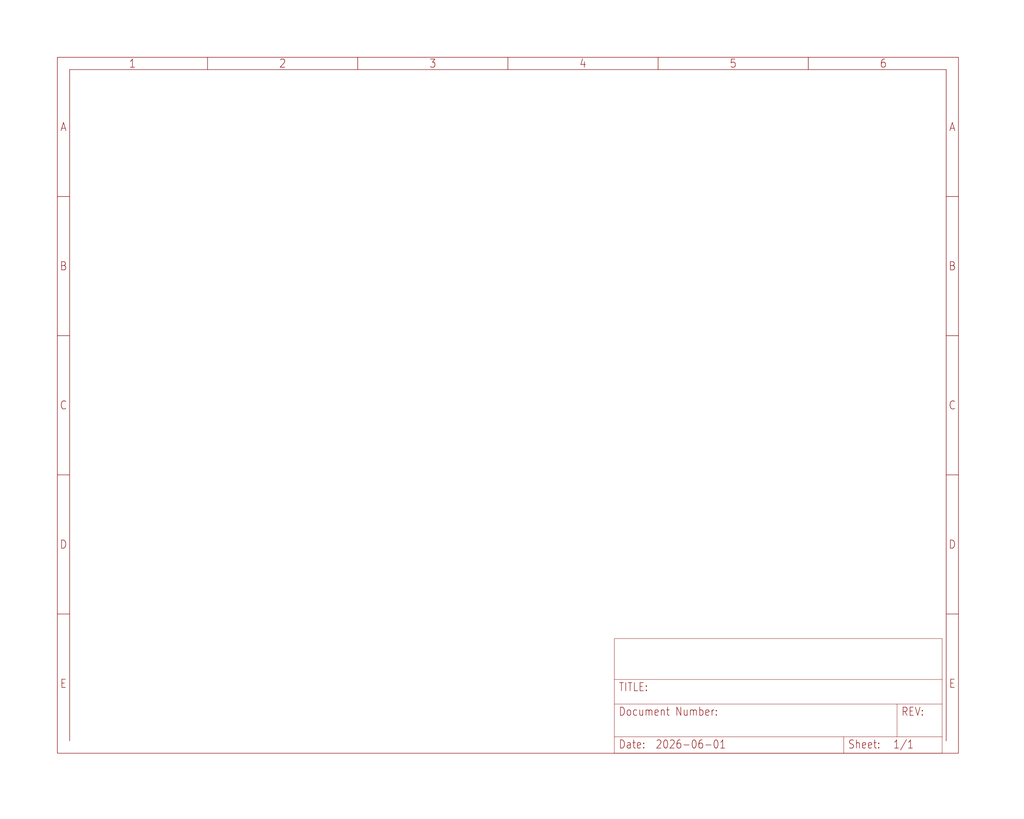
<source format=kicad_sch>
(kicad_sch (version 20250114) (generator "eeschema") (generator_version "9.0")
  (paper "User" 317.5 254.127)
  (lib_symbols
    (symbol "camera-controller-eagle-import:FRAME_A_L"
      (symbol "FRAME_A_L_1_0"
        (polyline (pts (xy 0 215.9) (xy 279.4 215.9) (xy 279.4 0) (xy 0 0) (xy 0 215.9)))
        (polyline (pts (xy 0 172.72) (xy 3.81 172.72)))
        (polyline (pts (xy 0 129.54) (xy 3.81 129.54)))
        (polyline (pts (xy 0 86.36) (xy 3.81 86.36)))
        (polyline (pts (xy 0 43.18) (xy 3.81 43.18)))
        (polyline (pts (xy 3.81 212.09) (xy 3.81 3.81)))
        (polyline (pts (xy 46.5667 215.9) (xy 46.5667 212.09)))
        (polyline (pts (xy 93.1333 215.9) (xy 93.1333 212.09)))
        (polyline (pts (xy 139.7 215.9) (xy 139.7 212.09)))
        (polyline (pts (xy 186.2667 215.9) (xy 186.2667 212.09)))
        (polyline (pts (xy 232.8333 215.9) (xy 232.8333 212.09)))
        (polyline (pts (xy 275.59 212.09) (xy 3.81 212.09)))
        (polyline (pts (xy 275.59 212.09) (xy 275.59 3.81)))
        (polyline (pts (xy 275.59 172.72) (xy 279.4 172.72)))
        (polyline (pts (xy 275.59 129.54) (xy 279.4 129.54)))
        (polyline (pts (xy 275.59 86.36) (xy 279.4 86.36)))
        (polyline (pts (xy 275.59 43.18) (xy 279.4 43.18)))
        (text "A" (at 1.905 194.31 0) (effects (font (size 2.54 2.286))))
        (text "B" (at 1.905 151.13 0) (effects (font (size 2.54 2.286))))
        (text "C" (at 1.905 107.95 0) (effects (font (size 2.54 2.286))))
        (text "D" (at 1.905 64.77 0) (effects (font (size 2.54 2.286))))
        (text "E" (at 1.905 21.59 0) (effects (font (size 2.54 2.286))))
        (text "1" (at 23.2833 213.995 0) (effects (font (size 2.54 2.286))))
        (text "2" (at 69.85 213.995 0) (effects (font (size 2.54 2.286))))
        (text "3" (at 116.4167 213.995 0) (effects (font (size 2.54 2.286))))
        (text "4" (at 162.9833 213.995 0) (effects (font (size 2.54 2.286))))
        (text "5" (at 209.55 213.995 0) (effects (font (size 2.54 2.286))))
        (text "6" (at 256.1167 213.995 0) (effects (font (size 2.54 2.286))))
        (text "A" (at 277.495 194.31 0) (effects (font (size 2.54 2.286))))
        (text "B" (at 277.495 151.13 0) (effects (font (size 2.54 2.286))))
        (text "C" (at 277.495 107.95 0) (effects (font (size 2.54 2.286))))
        (text "D" (at 277.495 64.77 0) (effects (font (size 2.54 2.286))))
        (text "E" (at 277.495 21.59 0) (effects (font (size 2.54 2.286))))
      )
      (symbol "FRAME_A_L_2_0"
        (polyline (pts (xy 0 22.86) (xy 0 35.56)) (stroke (width 0.1016)))
        (polyline (pts (xy 0 22.86) (xy 101.6 22.86)) (stroke (width 0.1016)))
        (polyline (pts (xy 0 15.24) (xy 0 22.86)) (stroke (width 0.1016)))
        (polyline (pts (xy 0 5.08) (xy 0 15.24)) (stroke (width 0.1016)))
        (polyline (pts (xy 0 5.08) (xy 71.12 5.08)) (stroke (width 0.1016)))
        (polyline (pts (xy 0 0) (xy 0 5.08)) (stroke (width 0.1016)))
        (polyline (pts (xy 0 0) (xy 71.12 0)) (stroke (width 0.1016)))
        (polyline (pts (xy 71.12 5.08) (xy 71.12 0)) (stroke (width 0.1016)))
        (polyline (pts (xy 71.12 5.08) (xy 87.63 5.08)) (stroke (width 0.1016)))
        (polyline (pts (xy 71.12 0) (xy 101.6 0)) (stroke (width 0.1016)))
        (polyline (pts (xy 87.63 15.24) (xy 0 15.24)) (stroke (width 0.1016)))
        (polyline (pts (xy 87.63 15.24) (xy 87.63 5.08)) (stroke (width 0.1016)))
        (polyline (pts (xy 87.63 5.08) (xy 101.6 5.08)) (stroke (width 0.1016)))
        (polyline (pts (xy 101.6 35.56) (xy 0 35.56)) (stroke (width 0.1016)))
        (polyline (pts (xy 101.6 35.56) (xy 101.6 22.86)) (stroke (width 0.1016)))
        (polyline (pts (xy 101.6 22.86) (xy 101.6 15.24)) (stroke (width 0.1016)))
        (polyline (pts (xy 101.6 15.24) (xy 87.63 15.24)) (stroke (width 0.1016)))
        (polyline (pts (xy 101.6 15.24) (xy 101.6 5.08)) (stroke (width 0.1016)))
        (polyline (pts (xy 101.6 5.08) (xy 101.6 0)) (stroke (width 0.1016)))
        (text "TITLE:" (at 1.27 19.05 0) (effects (font (size 2.54 2.159)) (justify left bottom)))
        (text "Document Number:" (at 1.27 11.43 0) (effects (font (size 2.54 2.159)) (justify left bottom)))
        (text "Date:" (at 1.27 1.27 0) (effects (font (size 2.54 2.159)) (justify left bottom)))
        (text "${CURRENT_DATE}" (at 12.7 1.27 0) (effects (font (size 2.54 2.159)) (justify left bottom)))
        (text "${PROJECTNAME}" (at 17.78 19.05 0) (effects (font (size 2.54 2.159)) (justify left bottom)))
        (text "Sheet:" (at 72.39 1.27 0) (effects (font (size 2.54 2.159)) (justify left bottom)))
        (text "${#}/${##}" (at 86.36 1.27 0) (effects (font (size 2.54 2.159)) (justify left bottom)))
        (text "REV:" (at 88.9 11.43 0) (effects (font (size 2.54 2.159)) (justify left bottom)))
      )
    )
  )
  (symbol (lib_id "camera-controller-eagle-import:FRAME_A_L") (at 190.5 233.68 0) (unit 2)
    (property "Reference" "#FRAME1" (effects (hide yes)))
    (property "Value" "FRAME_A_L" (effects (hide yes)))
  )
  (symbol (lib_id "camera-controller-eagle-import:FRAME_A_L") (at 17.78 233.68 0) (unit 1)
    (property "Reference" "#FRAME1" (effects (hide yes)))
    (property "Value" "FRAME_A_L" (effects (hide yes)))
  )
)
</source>
